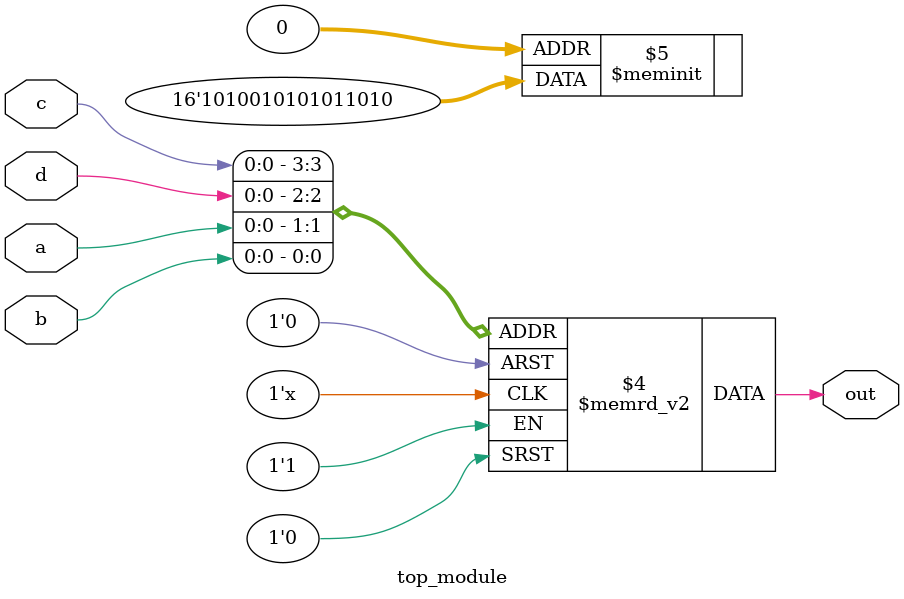
<source format=sv>
module top_module (
	input a, 
	input b,
	input c,
	input d,
	output reg out
);
	always @* begin
		case({c, d, a, b})
			4'b0000: out = 1'b0;
			4'b0001: out = 1'b1;
			4'b0010: out = 1'b0;
			4'b0011: out = 1'b1;
			4'b0100: out = 1'b1;
			4'b0101: out = 1'b0;
			4'b0110: out = 1'b1;
			4'b0111: out = 1'b0;
			4'b1000: out = 1'b1;
			4'b1001: out = 1'b0;
			4'b1010: out = 1'b1;
			4'b1011: out = 1'b0;
			4'b1100: out = 1'b0;
			4'b1101: out = 1'b1;
			4'b1110: out = 1'b0;
			4'b1111: out = 1'b1;
		endcase
	end
endmodule

</source>
